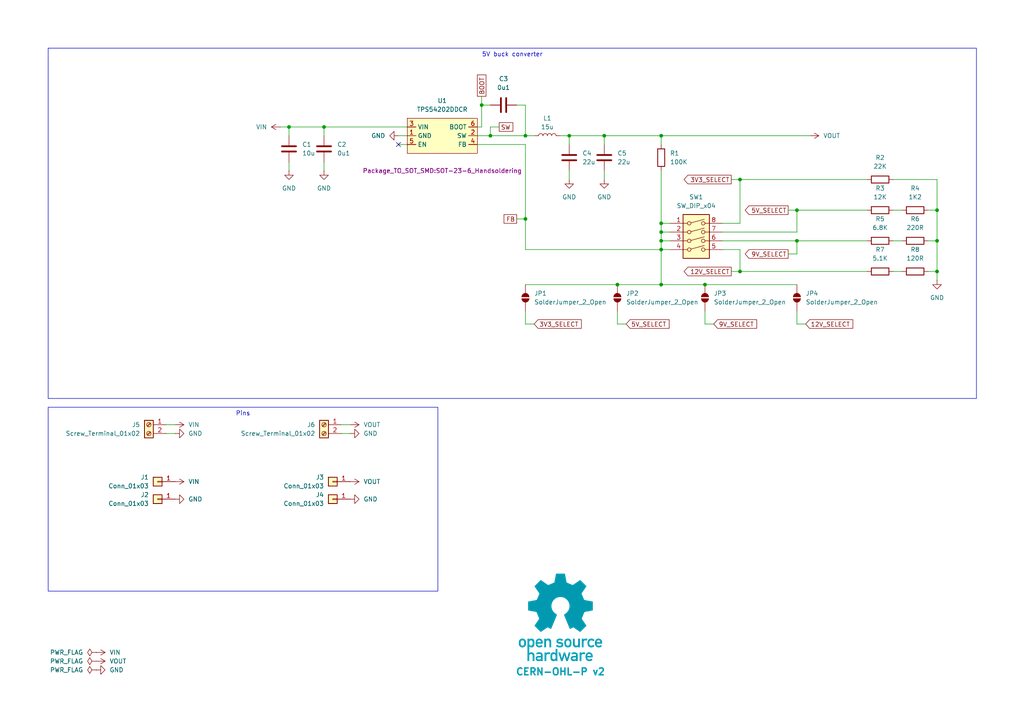
<source format=kicad_sch>
(kicad_sch (version 20231120) (generator "eeschema") (generator_version "8.0")
  (paper "A4")
  (lib_symbols
    (symbol "Connector:Screw_Terminal_01x02" (pin_names (offset 1.016) hide)
      (property "Reference" "J" (at 0 2.54 0))
      (property "Value" "Screw_Terminal_01x02" (at 0 -5.08 0))
      (symbol "Screw_Terminal_01x02_1_1"
        (rectangle (start -1.27 1.27) (end 1.27 -3.81) (stroke (width 0.254)) (fill (type background)))
        (circle (center 0 -2.54) (radius 0.635) (stroke (width 0.1524)))
        (polyline (pts (xy -0.5334 -2.2098) (xy 0.3302 -3.048)) (stroke (width 0.1524)))
        (polyline (pts (xy -0.5334 0.3302) (xy 0.3302 -0.508)) (stroke (width 0.1524)))
        (polyline (pts (xy -0.3556 -2.032) (xy 0.508 -2.8702)) (stroke (width 0.1524)))
        (polyline (pts (xy -0.3556 0.508) (xy 0.508 -0.3302)) (stroke (width 0.1524)))
        (circle (center 0 0) (radius 0.635) (stroke (width 0.1524)))
        (pin passive line (at -5.08 0 0) (length 3.81) (name "Pin_1") (number "1"))
        (pin passive line (at -5.08 -2.54 0) (length 3.81) (name "Pin_2") (number "2"))
      )
    )
    (symbol "Connector_Generic:Conn_01x01" (pin_names (offset 1.016) hide)
      (property "Reference" "J" (at 0 2.54 0))
      (property "Value" "Conn_01x01" (at 0 -2.54 0))
      (symbol "Conn_01x01_1_1"
        (rectangle (start -1.27 0.127) (end 0 -0.127) (stroke (width 0.1524)))
        (rectangle (start -1.27 1.27) (end 1.27 -1.27) (stroke (width 0.254)) (fill (type background)))
        (pin passive line (at -5.08 0 0) (length 3.81) (name "Pin_1") (number "1"))
      )
    )
    (symbol "Device:C" (pin_numbers hide) (pin_names (offset 0.254))
      (property "Reference" "C" (at 0.635 2.54 0))
      (property "Value" "C" (at 0.635 -2.54 0))
      (symbol "C_0_1"
        (polyline (pts (xy -2.032 -0.762) (xy 2.032 -0.762)) (stroke (width 0.508)))
        (polyline (pts (xy -2.032 0.762) (xy 2.032 0.762)) (stroke (width 0.508)))
      )
      (symbol "C_1_1"
        (pin passive line (at 0 3.81 270) (length 2.794) (name "~") (number "1"))
        (pin passive line (at 0 -3.81 90) (length 2.794) (name "~") (number "2"))
      )
    )
    (symbol "Device:L" (pin_numbers hide) (pin_names (offset 1.016) hide)
      (property "Reference" "L" (at -1.27 0 90))
      (property "Value" "L" (at 1.905 0 90))
      (symbol "L_0_1"
        (arc (start 0 -2.54) (mid 0.6323 -1.905) (end 0 -1.27))
        (arc (start 0 -1.27) (mid 0.6323 -0.635) (end 0 0))
        (arc (start 0 0) (mid 0.6323 0.635) (end 0 1.27))
        (arc (start 0 1.27) (mid 0.6323 1.905) (end 0 2.54))
      )
      (symbol "L_1_1"
        (pin passive line (at 0 3.81 270) (length 1.27) (name "1") (number "1"))
        (pin passive line (at 0 -3.81 90) (length 1.27) (name "2") (number "2"))
      )
    )
    (symbol "Device:R" (pin_numbers hide) (pin_names (offset 0))
      (property "Reference" "R" (at 2.032 0 90))
      (property "Value" "R" (at 0 0 90))
      (symbol "R_0_1"
        (rectangle (start -1.016 -2.54) (end 1.016 2.54) (stroke (width 0.254)))
      )
      (symbol "R_1_1"
        (pin passive line (at 0 3.81 270) (length 1.27) (name "~") (number "1"))
        (pin passive line (at 0 -3.81 90) (length 1.27) (name "~") (number "2"))
      )
    )
    (symbol "Jumper:SolderJumper_2_Open" (pin_numbers hide) (pin_names (offset 0) hide) (exclude_from_sim yes) (in_bom no)
      (property "Reference" "JP" (at 0 2.032 0))
      (property "Value" "SolderJumper_2_Open" (at 0 -2.54 0))
      (symbol "SolderJumper_2_Open_0_1"
        (arc (start -0.254 1.016) (mid -1.2656 0) (end -0.254 -1.016))
        (arc (start -0.254 1.016) (mid -1.2656 0) (end -0.254 -1.016) (fill (type outline)))
        (polyline (pts (xy -0.254 1.016) (xy -0.254 -1.016)))
        (polyline (pts (xy 0.254 1.016) (xy 0.254 -1.016)))
        (arc (start 0.254 -1.016) (mid 1.2656 0) (end 0.254 1.016))
        (arc (start 0.254 -1.016) (mid 1.2656 0) (end 0.254 1.016) (fill (type outline)))
      )
      (symbol "SolderJumper_2_Open_1_1"
        (pin passive line (at -3.81 0 0) (length 2.54) (name "A") (number "1"))
        (pin passive line (at 3.81 0 180) (length 2.54) (name "B") (number "2"))
      )
    )
    (symbol "Switch:SW_DIP_x04" (pin_names (offset 0) hide)
      (property "Reference" "SW" (at 0 8.89 0))
      (property "Value" "SW_DIP_x04" (at 0 -6.35 0))
      (symbol "SW_DIP_x04_0_0"
        (circle (center -2.032 -2.54) (radius 0.508))
        (circle (center -2.032 0) (radius 0.508))
        (circle (center -2.032 2.54) (radius 0.508))
        (circle (center -2.032 5.08) (radius 0.508))
        (polyline (pts (xy -1.524 -2.3876) (xy 2.3622 -1.3462)))
        (polyline (pts (xy -1.524 0.127) (xy 2.3622 1.1684)))
        (polyline (pts (xy -1.524 2.667) (xy 2.3622 3.7084)))
        (polyline (pts (xy -1.524 5.207) (xy 2.3622 6.2484)))
        (circle (center 2.032 -2.54) (radius 0.508))
        (circle (center 2.032 0) (radius 0.508))
        (circle (center 2.032 2.54) (radius 0.508))
        (circle (center 2.032 5.08) (radius 0.508))
      )
      (symbol "SW_DIP_x04_0_1"
        (rectangle (start -3.81 7.62) (end 3.81 -5.08) (stroke (width 0.254)) (fill (type background)))
      )
      (symbol "SW_DIP_x04_1_1"
        (pin passive line (at -7.62 5.08 0) (length 5.08) (name "~") (number "1"))
        (pin passive line (at -7.62 2.54 0) (length 5.08) (name "~") (number "2"))
        (pin passive line (at -7.62 0 0) (length 5.08) (name "~") (number "3"))
        (pin passive line (at -7.62 -2.54 0) (length 5.08) (name "~") (number "4"))
        (pin passive line (at 7.62 -2.54 180) (length 5.08) (name "~") (number "5"))
        (pin passive line (at 7.62 0 180) (length 5.08) (name "~") (number "6"))
        (pin passive line (at 7.62 2.54 180) (length 5.08) (name "~") (number "7"))
        (pin passive line (at 7.62 5.08 180) (length 5.08) (name "~") (number "8"))
      )
    )
    (symbol "lcsc:TPS54202DDCR"
      (property "Reference" "U" (at 0 7.62 0))
      (property "Value" "TPS54202DDCR" (at 0 -7.62 0))
      (symbol "TPS54202DDCR_0_1"
        (rectangle (start -10.16 5.08) (end 10.16 -5.08) (fill (type background)))
      )
      (symbol "TPS54202DDCR_1_1"
        (pin power_in line (at -10.16 0 0) (length 2.54) (name "GND") (number "1"))
        (pin passive line (at 10.16 0 180) (length 2.54) (name "SW") (number "2"))
        (pin power_in line (at -10.16 2.54 0) (length 2.54) (name "VIN") (number "3"))
        (pin input line (at 10.16 -2.54 180) (length 2.54) (name "FB") (number "4"))
        (pin passive line (at -10.16 -2.54 0) (length 2.54) (name "EN") (number "5"))
        (pin input line (at 10.16 2.54 180) (length 2.54) (name "BOOT") (number "6"))
      )
    )
    (symbol "power:GND" (power) (pin_numbers hide) (pin_names (offset 0) hide)
      (property "Value" "GND" (at 0 -3.81 0))
      (symbol "GND_0_1"
        (polyline (pts (xy 0 0) (xy 0 -1.27) (xy 1.27 -1.27) (xy 0 -2.54) (xy -1.27 -1.27) (xy 0 -1.27)))
      )
      (symbol "GND_1_1"
        (pin power_in line (at 0 0 270) (length 0) (name "~") (number "1"))
      )
    )
    (symbol "power:PWR_FLAG" (power) (pin_numbers hide) (pin_names (offset 0) hide)
      (property "Value" "PWR_FLAG" (at 0 3.81 0))
      (symbol "PWR_FLAG_0_0"
        (pin power_out line (at 0 0 90) (length 0) (name "~") (number "1"))
      )
      (symbol "PWR_FLAG_0_1"
        (polyline (pts (xy 0 0) (xy 0 1.27) (xy -1.016 1.905) (xy 0 2.54) (xy 1.016 1.905) (xy 0 1.27)))
      )
    )
    (symbol "power:VCC" (power) (pin_numbers hide) (pin_names (offset 0) hide)
      (property "Value" "VCC" (at 0 3.556 0))
      (symbol "VCC_0_1"
        (polyline (pts (xy -0.762 1.27) (xy 0 2.54)))
        (polyline (pts (xy 0 0) (xy 0 2.54)))
        (polyline (pts (xy 0 2.54) (xy 0.762 1.27)))
      )
      (symbol "VCC_1_1"
        (pin power_in line (at 0 0 90) (length 0) (name "~") (number "1"))
      )
    )
  )
  (junction (at 214.63 78.74))
  (junction (at 204.47 82.55))
  (junction (at 165.1 39.37))
  (junction (at 152.4 39.37))
  (junction (at 191.77 67.31))
  (junction (at 214.63 52.07))
  (junction (at 191.77 69.85))
  (junction (at 152.4 63.5))
  (junction (at 231.14 60.96))
  (junction (at 142.24 39.37))
  (junction (at 139.7 30.48))
  (junction (at 83.82 36.83))
  (junction (at 175.26 39.37))
  (junction (at 93.98 36.83))
  (junction (at 231.14 69.85))
  (junction (at 191.77 64.77))
  (junction (at 271.78 78.74))
  (junction (at 271.78 69.85))
  (junction (at 191.77 72.39))
  (junction (at 191.77 82.55))
  (junction (at 271.78 60.96))
  (junction (at 179.07 82.55))
  (junction (at 191.77 39.37))
  (no_connect (at 115.57 41.91))
  (wire (pts (xy 251.46 52.07) (xy 214.63 52.07)))
  (wire (pts (xy 209.55 67.31) (xy 231.14 67.31)))
  (wire (pts (xy 259.08 52.07) (xy 271.78 52.07)))
  (wire (pts (xy 142.24 36.83) (xy 142.24 39.37)))
  (wire (pts (xy 204.47 93.98) (xy 207.01 93.98)))
  (wire (pts (xy 83.82 39.37) (xy 83.82 36.83)))
  (wire (pts (xy 152.4 82.55) (xy 179.07 82.55)))
  (wire (pts (xy 115.57 39.37) (xy 118.11 39.37)))
  (wire (pts (xy 191.77 72.39) (xy 191.77 69.85)))
  (wire (pts (xy 214.63 78.74) (xy 214.63 72.39)))
  (wire (pts (xy 204.47 90.17) (xy 204.47 93.98)))
  (wire (pts (xy 101.6 123.19) (xy 99.06 123.19)))
  (wire (pts (xy 214.63 52.07) (xy 214.63 64.77)))
  (wire (pts (xy 144.78 36.83) (xy 142.24 36.83)))
  (wire (pts (xy 228.6 60.96) (xy 231.14 60.96)))
  (wire (pts (xy 115.57 41.91) (xy 118.11 41.91)))
  (wire (pts (xy 271.78 81.28) (xy 271.78 78.74)))
  (wire (pts (xy 191.77 64.77) (xy 191.77 67.31)))
  (wire (pts (xy 231.14 73.66) (xy 231.14 69.85)))
  (wire (pts (xy 194.31 67.31) (xy 191.77 67.31)))
  (wire (pts (xy 261.62 60.96) (xy 259.08 60.96)))
  (wire (pts (xy 139.7 30.48) (xy 139.7 36.83)))
  (wire (pts (xy 191.77 49.53) (xy 191.77 64.77)))
  (wire (pts (xy 149.86 30.48) (xy 152.4 30.48)))
  (wire (pts (xy 204.47 82.55) (xy 231.14 82.55)))
  (wire (pts (xy 231.14 60.96) (xy 231.14 67.31)))
  (wire (pts (xy 234.95 39.37) (xy 191.77 39.37)))
  (wire (pts (xy 191.77 82.55) (xy 204.47 82.55)))
  (wire (pts (xy 194.31 64.77) (xy 191.77 64.77)))
  (wire (pts (xy 165.1 52.07) (xy 165.1 49.53)))
  (wire (pts (xy 93.98 39.37) (xy 93.98 36.83)))
  (wire (pts (xy 83.82 49.53) (xy 83.82 46.99)))
  (wire (pts (xy 175.26 52.07) (xy 175.26 49.53)))
  (wire (pts (xy 212.09 52.07) (xy 214.63 52.07)))
  (wire (pts (xy 194.31 72.39) (xy 191.77 72.39)))
  (wire (pts (xy 271.78 69.85) (xy 271.78 78.74)))
  (wire (pts (xy 269.24 69.85) (xy 271.78 69.85)))
  (wire (pts (xy 152.4 30.48) (xy 152.4 39.37)))
  (wire (pts (xy 48.26 125.73) (xy 50.8 125.73)))
  (wire (pts (xy 142.24 39.37) (xy 152.4 39.37)))
  (wire (pts (xy 83.82 36.83) (xy 93.98 36.83)))
  (wire (pts (xy 271.78 52.07) (xy 271.78 60.96)))
  (wire (pts (xy 152.4 90.17) (xy 152.4 93.98)))
  (wire (pts (xy 191.77 39.37) (xy 175.26 39.37)))
  (wire (pts (xy 165.1 39.37) (xy 175.26 39.37)))
  (wire (pts (xy 259.08 78.74) (xy 261.62 78.74)))
  (wire (pts (xy 138.43 41.91) (xy 152.4 41.91)))
  (wire (pts (xy 191.77 72.39) (xy 191.77 82.55)))
  (wire (pts (xy 81.28 36.83) (xy 83.82 36.83)))
  (wire (pts (xy 93.98 36.83) (xy 118.11 36.83)))
  (wire (pts (xy 138.43 39.37) (xy 142.24 39.37)))
  (wire (pts (xy 152.4 41.91) (xy 152.4 63.5)))
  (wire (pts (xy 175.26 41.91) (xy 175.26 39.37)))
  (wire (pts (xy 214.63 72.39) (xy 209.55 72.39)))
  (wire (pts (xy 191.77 67.31) (xy 191.77 69.85)))
  (wire (pts (xy 191.77 39.37) (xy 191.77 41.91)))
  (wire (pts (xy 179.07 93.98) (xy 181.61 93.98)))
  (wire (pts (xy 228.6 73.66) (xy 231.14 73.66)))
  (wire (pts (xy 152.4 39.37) (xy 154.94 39.37)))
  (wire (pts (xy 231.14 93.98) (xy 233.68 93.98)))
  (wire (pts (xy 231.14 90.17) (xy 231.14 93.98)))
  (wire (pts (xy 165.1 39.37) (xy 165.1 41.91)))
  (wire (pts (xy 179.07 82.55) (xy 191.77 82.55)))
  (wire (pts (xy 271.78 60.96) (xy 271.78 69.85)))
  (wire (pts (xy 152.4 63.5) (xy 152.4 72.39)))
  (wire (pts (xy 152.4 93.98) (xy 154.94 93.98)))
  (wire (pts (xy 251.46 78.74) (xy 214.63 78.74)))
  (wire (pts (xy 149.86 63.5) (xy 152.4 63.5)))
  (wire (pts (xy 212.09 78.74) (xy 214.63 78.74)))
  (wire (pts (xy 209.55 69.85) (xy 231.14 69.85)))
  (wire (pts (xy 139.7 36.83) (xy 138.43 36.83)))
  (wire (pts (xy 251.46 60.96) (xy 231.14 60.96)))
  (wire (pts (xy 93.98 49.53) (xy 93.98 46.99)))
  (wire (pts (xy 99.06 125.73) (xy 101.6 125.73)))
  (wire (pts (xy 50.8 123.19) (xy 48.26 123.19)))
  (wire (pts (xy 231.14 69.85) (xy 251.46 69.85)))
  (wire (pts (xy 139.7 27.94) (xy 139.7 30.48)))
  (wire (pts (xy 152.4 72.39) (xy 191.77 72.39)))
  (wire (pts (xy 214.63 64.77) (xy 209.55 64.77)))
  (wire (pts (xy 261.62 69.85) (xy 259.08 69.85)))
  (wire (pts (xy 271.78 78.74) (xy 269.24 78.74)))
  (wire (pts (xy 162.56 39.37) (xy 165.1 39.37)))
  (wire (pts (xy 179.07 90.17) (xy 179.07 93.98)))
  (wire (pts (xy 142.24 30.48) (xy 139.7 30.48)))
  (wire (pts (xy 269.24 60.96) (xy 271.78 60.96)))
  (wire (pts (xy 194.31 69.85) (xy 191.77 69.85)))
  (image (at 162.56 179.07) (scale 0.37481))
  (text_box "5V buck converter\n" (at 13.97 13.97 0) (size 269.24 101.6) (effects (font (size 1.27 1.27)) (justify top)))
  (text_box "Pins" (at 13.97 118.11 0) (size 113.03 53.34) (effects (font (size 1.27 1.27)) (justify top)))
  (text "CERN-OHL-P v2" (at 162.56 195.072 0) (effects (font (size 2 2) (thickness 0.4) (bold yes))))
  (global_label "3V3_SELECT" (shape output) (at 212.09 52.07 180) (property "Intersheetrefs" "${INTERSHEET_REFS}" (effects (hide yes))))
  (global_label "5V_SELECT" (shape input) (at 181.61 93.98 0) (property "Intersheetrefs" "${INTERSHEET_REFS}" (effects (hide yes))))
  (global_label "12V_SELECT" (shape input) (at 233.68 93.98 0) (property "Intersheetrefs" "${INTERSHEET_REFS}" (effects (hide yes))))
  (global_label "BOOT" (shape passive) (at 139.7 27.94 90) (property "Intersheetrefs" "${INTERSHEET_REFS}" (effects (hide yes))))
  (global_label "SW" (shape passive) (at 144.78 36.83 0) (property "Intersheetrefs" "${INTERSHEET_REFS}" (effects (hide yes))))
  (global_label "9V_SELECT" (shape output) (at 228.6 73.66 180) (property "Intersheetrefs" "${INTERSHEET_REFS}" (effects (hide yes))))
  (global_label "5V_SELECT" (shape output) (at 228.6 60.96 180) (property "Intersheetrefs" "${INTERSHEET_REFS}" (effects (hide yes))))
  (global_label "9V_SELECT" (shape input) (at 207.01 93.98 0) (property "Intersheetrefs" "${INTERSHEET_REFS}" (effects (hide yes))))
  (global_label "12V_SELECT" (shape output) (at 212.09 78.74 180) (property "Intersheetrefs" "${INTERSHEET_REFS}" (effects (hide yes))))
  (global_label "3V3_SELECT" (shape input) (at 154.94 93.98 0) (property "Intersheetrefs" "${INTERSHEET_REFS}" (effects (hide yes))))
  (global_label "FB" (shape passive) (at 149.86 63.5 180) (property "Intersheetrefs" "${INTERSHEET_REFS}" (effects (hide yes))))
  (symbol (lib_id "Connector_Generic:Conn_01x01") (at 96.52 139.7 0) (mirror y) (unit 1)
    (property "Reference" "J3" (at 93.98 138.4299 0) (effects (justify left)))
    (property "Value" "Conn_01x03" (at 93.98 140.9699 0) (effects (justify left)))
    (property "Footprint" "custom:PinHeader_1x01_P2.54mm_simple" (effects (hide yes)))
    (property "Description" "Generic connector, single row, 01x01, script generated (kicad-library-utils/schlib/autogen/connector/)" (effects (hide yes)))
  )
  (symbol (lib_id "power:VCC") (at 81.28 36.83 90) (unit 1)
    (property "Reference" "#PWR05" (effects (hide yes)))
    (property "Value" "VIN" (at 77.47 36.8299 90) (effects (justify left)))
    (property "Description" "Power symbol creates a global label with name \"VCC\"" (effects (hide yes)))
  )
  (symbol (lib_id "power:VCC") (at 27.94 191.77 270) (mirror x) (unit 1)
    (property "Reference" "#PWR01" (effects (hide yes)))
    (property "Value" "VOUT" (at 31.75 191.7699 90) (effects (justify left)))
    (property "Description" "Power symbol creates a global label with name \"VCC\"" (effects (hide yes)))
  )
  (symbol (lib_id "Device:R") (at 191.77 45.72 0) (unit 1)
    (property "Reference" "R1" (at 194.31 44.4499 0) (effects (justify left)))
    (property "Value" "100K" (at 194.31 46.9899 0) (effects (justify left)))
    (property "Footprint" "Resistor_SMD:R_0402_1005Metric" (effects (hide yes)))
    (property "Description" "Resistor" (effects (hide yes)))
    (property "LCSC Part" "C25741" (effects (hide yes)))
  )
  (symbol (lib_id "Device:R") (at 265.43 60.96 90) (unit 1)
    (property "Reference" "R4" (at 265.43 54.61 90))
    (property "Value" "1K2" (at 265.43 57.15 90))
    (property "Footprint" "Resistor_SMD:R_0402_1005Metric" (effects (hide yes)))
    (property "Description" "Resistor" (effects (hide yes)))
    (property "LCSC Part" "C25862" (effects (hide yes)))
  )
  (symbol (lib_id "Connector:Screw_Terminal_01x02") (at 43.18 123.19 0) (mirror y) (unit 1)
    (property "Reference" "J5" (at 40.64 123.1899 0) (effects (justify left)))
    (property "Value" "Screw_Terminal_01x02" (at 40.64 125.7299 0) (effects (justify left)))
    (property "Footprint" "custom:TerminalBlock_or_JST_2.54_1x02" (effects (hide yes)))
    (property "Description" "Generic screw terminal, single row, 01x02, script generated (kicad-library-utils/schlib/autogen/connector/)" (effects (hide yes)))
  )
  (symbol (lib_id "Device:C") (at 165.1 45.72 0) (unit 1)
    (property "Reference" "C4" (at 168.91 44.4499 0) (effects (justify left)))
    (property "Value" "22u" (at 168.91 46.9899 0) (effects (justify left)))
    (property "Footprint" "custom:C_0805_2012Metric_Pad1.18x1.45mm_HandSolder" (effects (hide yes)))
    (property "Description" "Unpolarized capacitor" (effects (hide yes)))
    (property "LCSC Part" "C45783" (effects (hide yes)))
  )
  (symbol (lib_id "power:GND") (at 165.1 52.07 0) (unit 1)
    (property "Reference" "#PWR08" (effects (hide yes)))
    (property "Value" "GND" (at 165.1 57.15 0))
    (property "Description" "Power symbol creates a global label with name \"GND\" , ground" (effects (hide yes)))
  )
  (symbol (lib_id "power:GND") (at 271.78 81.28 0) (unit 1)
    (property "Reference" "#PWR011" (effects (hide yes)))
    (property "Value" "GND" (at 271.78 86.36 0))
    (property "Description" "Power symbol creates a global label with name \"GND\" , ground" (effects (hide yes)))
  )
  (symbol (lib_id "power:VCC") (at 27.94 189.23 270) (mirror x) (unit 1)
    (property "Reference" "#PWR03" (effects (hide yes)))
    (property "Value" "VIN" (at 31.75 189.2299 90) (effects (justify left)))
    (property "Description" "Power symbol creates a global label with name \"VCC\"" (effects (hide yes)))
  )
  (symbol (lib_id "Switch:SW_DIP_x04") (at 201.93 69.85 0) (unit 1)
    (property "Reference" "SW1" (at 201.93 57.15 0))
    (property "Value" "SW_DIP_x04" (at 201.93 59.69 0))
    (property "Footprint" "custom:SW_DIP_SPSTx04_Slide_P1.27mm_simple" (effects (hide yes)))
    (property "Description" "4x DIP Switch, Single Pole Single Throw (SPST) switch, small symbol" (effects (hide yes)))
  )
  (symbol (lib_id "power:GND") (at 50.8 125.73 90) (mirror x) (unit 1)
    (property "Reference" "#PWR016" (effects (hide yes)))
    (property "Value" "GND" (at 54.61 125.7299 90) (effects (justify right)))
    (property "Description" "Power symbol creates a global label with name \"GND\" , ground" (effects (hide yes)))
  )
  (symbol (lib_id "Jumper:SolderJumper_2_Open") (at 152.4 86.36 90) (unit 1) (exclude_from_sim yes) (in_bom no)
    (property "Reference" "JP1" (at 154.94 85.0899 90) (effects (justify right)))
    (property "Value" "SolderJumper_2_Open" (at 154.94 87.6299 90) (effects (justify right)))
    (property "Footprint" "custom:SolderJumper-2_P1.3mm_Open_RoundedPad1.0x1.5mm_simple" (effects (hide yes)))
    (property "Description" "Solder Jumper, 2-pole, open" (effects (hide yes)))
  )
  (symbol (lib_id "power:VCC") (at 101.6 139.7 270) (mirror x) (unit 1)
    (property "Reference" "#PWR012" (effects (hide yes)))
    (property "Value" "VOUT" (at 105.41 139.6999 90) (effects (justify left)))
    (property "Description" "Power symbol creates a global label with name \"VCC\"" (effects (hide yes)))
  )
  (symbol (lib_id "Device:C") (at 83.82 43.18 0) (unit 1)
    (property "Reference" "C1" (at 87.63 41.9099 0) (effects (justify left)))
    (property "Value" "10u" (at 87.63 44.4499 0) (effects (justify left)))
    (property "Footprint" "custom:C_0805_2012Metric_Pad1.18x1.45mm_HandSolder" (effects (hide yes)))
    (property "Description" "Unpolarized capacitor" (effects (hide yes)))
    (property "LCSC Part" "C440198" (effects (hide yes)))
  )
  (symbol (lib_id "Jumper:SolderJumper_2_Open") (at 179.07 86.36 90) (unit 1) (exclude_from_sim yes) (in_bom no)
    (property "Reference" "JP2" (at 181.61 85.0899 90) (effects (justify right)))
    (property "Value" "SolderJumper_2_Open" (at 181.61 87.6299 90) (effects (justify right)))
    (property "Footprint" "custom:SolderJumper-2_P1.3mm_Open_RoundedPad1.0x1.5mm_simple" (effects (hide yes)))
    (property "Description" "Solder Jumper, 2-pole, open" (effects (hide yes)))
  )
  (symbol (lib_id "power:PWR_FLAG") (at 27.94 191.77 90) (mirror x) (unit 1)
    (property "Reference" "#FLG01" (effects (hide yes)))
    (property "Value" "PWR_FLAG" (at 24.13 191.7699 90) (effects (justify left)))
    (property "Description" "Special symbol for telling ERC where power comes from" (effects (hide yes)))
  )
  (symbol (lib_id "Connector_Generic:Conn_01x01") (at 45.72 144.78 0) (mirror y) (unit 1)
    (property "Reference" "J2" (at 43.18 143.5099 0) (effects (justify left)))
    (property "Value" "Conn_01x03" (at 43.18 146.0499 0) (effects (justify left)))
    (property "Footprint" "custom:PinHeader_1x01_P2.54mm_simple_square" (effects (hide yes)))
    (property "Description" "Generic connector, single row, 01x01, script generated (kicad-library-utils/schlib/autogen/connector/)" (effects (hide yes)))
  )
  (symbol (lib_id "Device:R") (at 255.27 69.85 90) (unit 1)
    (property "Reference" "R5" (at 255.27 63.5 90))
    (property "Value" "6.8K" (at 255.27 66.04 90))
    (property "Footprint" "Resistor_SMD:R_0402_1005Metric" (effects (hide yes)))
    (property "Description" "Resistor" (effects (hide yes)))
    (property "LCSC Part" "C25917" (effects (hide yes)))
  )
  (symbol (lib_id "power:GND") (at 101.6 144.78 90) (mirror x) (unit 1)
    (property "Reference" "#PWR015" (effects (hide yes)))
    (property "Value" "GND" (at 105.41 144.7799 90) (effects (justify right)))
    (property "Description" "Power symbol creates a global label with name \"GND\" , ground" (effects (hide yes)))
  )
  (symbol (lib_id "Device:R") (at 265.43 78.74 90) (unit 1)
    (property "Reference" "R8" (at 265.43 72.39 90))
    (property "Value" "120R" (at 265.43 74.93 90))
    (property "Footprint" "Resistor_SMD:R_0402_1005Metric" (effects (hide yes)))
    (property "Description" "Resistor" (effects (hide yes)))
    (property "LCSC Part" "C25079" (effects (hide yes)))
  )
  (symbol (lib_id "power:GND") (at 115.57 39.37 270) (unit 1)
    (property "Reference" "#PWR04" (effects (hide yes)))
    (property "Value" "GND" (at 111.76 39.3699 90) (effects (justify right)))
    (property "Description" "Power symbol creates a global label with name \"GND\" , ground" (effects (hide yes)))
  )
  (symbol (lib_id "lcsc:TPS54202DDCR") (at 128.27 39.37 0) (unit 1)
    (property "Reference" "U1" (at 128.27 29.21 0))
    (property "Value" "TPS54202DDCR" (at 128.27 31.75 0))
    (property "Footprint" "Package_TO_SOT_SMD:SOT-23-6_Handsoldering" (at 128.27 49.53 0))
    (property "Datasheet" "https://lcsc.com/product-detail/Others_Texas-Instruments_TPS54202DDCR_Texas-Instruments-TI-TPS54202DDCR_C191884.html" (effects (hide yes)))
    (property "LCSC Part" "C191884" (effects (hide yes)))
    (property "JLCPCB_CORRECTION" "0; 0; 270" (effects (hide yes)))
  )
  (symbol (lib_id "Device:R") (at 255.27 78.74 90) (unit 1)
    (property "Reference" "R7" (at 255.27 72.39 90))
    (property "Value" "5.1K" (at 255.27 74.93 90))
    (property "Footprint" "Resistor_SMD:R_0402_1005Metric" (effects (hide yes)))
    (property "Description" "Resistor" (effects (hide yes)))
    (property "LCSC Part" "C25905" (effects (hide yes)))
  )
  (symbol (lib_id "power:GND") (at 83.82 49.53 0) (unit 1)
    (property "Reference" "#PWR06" (effects (hide yes)))
    (property "Value" "GND" (at 83.82 54.61 0))
    (property "Description" "Power symbol creates a global label with name \"GND\" , ground" (effects (hide yes)))
  )
  (symbol (lib_id "Device:L") (at 158.75 39.37 90) (unit 1)
    (property "Reference" "L1" (at 158.75 34.29 90))
    (property "Value" "15u" (at 158.75 36.83 90))
    (property "Footprint" "custom:Inductor_Multi_5.2x5.7_2x2.5" (effects (hide yes)))
    (property "Description" "Inductor" (effects (hide yes)))
  )
  (symbol (lib_id "power:PWR_FLAG") (at 27.94 189.23 90) (mirror x) (unit 1)
    (property "Reference" "#FLG03" (effects (hide yes)))
    (property "Value" "PWR_FLAG" (at 24.13 189.2299 90) (effects (justify left)))
    (property "Description" "Special symbol for telling ERC where power comes from" (effects (hide yes)))
  )
  (symbol (lib_id "Device:C") (at 146.05 30.48 90) (unit 1)
    (property "Reference" "C3" (at 146.05 22.86 90))
    (property "Value" "0u1" (at 146.05 25.4 90))
    (property "Footprint" "Capacitor_SMD:C_0402_1005Metric" (effects (hide yes)))
    (property "Description" "Unpolarized capacitor" (effects (hide yes)))
    (property "LCSC Part" "C307331" (effects (hide yes)))
  )
  (symbol (lib_id "Connector_Generic:Conn_01x01") (at 45.72 139.7 0) (mirror y) (unit 1)
    (property "Reference" "J1" (at 43.18 138.4299 0) (effects (justify left)))
    (property "Value" "Conn_01x03" (at 43.18 140.9699 0) (effects (justify left)))
    (property "Footprint" "custom:PinHeader_1x01_P2.54mm_simple" (effects (hide yes)))
    (property "Description" "Generic connector, single row, 01x01, script generated (kicad-library-utils/schlib/autogen/connector/)" (effects (hide yes)))
  )
  (symbol (lib_id "power:VCC") (at 50.8 139.7 270) (mirror x) (unit 1)
    (property "Reference" "#PWR013" (effects (hide yes)))
    (property "Value" "VIN" (at 54.61 139.6999 90) (effects (justify left)))
    (property "Description" "Power symbol creates a global label with name \"VCC\"" (effects (hide yes)))
  )
  (symbol (lib_id "power:PWR_FLAG") (at 27.94 194.31 90) (mirror x) (unit 1)
    (property "Reference" "#FLG02" (effects (hide yes)))
    (property "Value" "PWR_FLAG" (at 24.13 194.3099 90) (effects (justify left)))
    (property "Description" "Special symbol for telling ERC where power comes from" (effects (hide yes)))
  )
  (symbol (lib_id "Device:C") (at 175.26 45.72 0) (unit 1)
    (property "Reference" "C5" (at 179.07 44.4499 0) (effects (justify left)))
    (property "Value" "22u" (at 179.07 46.9899 0) (effects (justify left)))
    (property "Footprint" "custom:C_0805_2012Metric_Pad1.18x1.45mm_HandSolder" (effects (hide yes)))
    (property "Description" "Unpolarized capacitor" (effects (hide yes)))
    (property "LCSC Part" "C45783" (effects (hide yes)))
  )
  (symbol (lib_id "power:VCC") (at 234.95 39.37 270) (unit 1)
    (property "Reference" "#PWR010" (effects (hide yes)))
    (property "Value" "VOUT" (at 238.76 39.3701 90) (effects (justify left)))
    (property "Description" "Power symbol creates a global label with name \"VCC\"" (effects (hide yes)))
  )
  (symbol (lib_id "Jumper:SolderJumper_2_Open") (at 204.47 86.36 90) (unit 1) (exclude_from_sim yes) (in_bom no)
    (property "Reference" "JP3" (at 207.01 85.0899 90) (effects (justify right)))
    (property "Value" "SolderJumper_2_Open" (at 207.01 87.6299 90) (effects (justify right)))
    (property "Footprint" "custom:SolderJumper-2_P1.3mm_Open_RoundedPad1.0x1.5mm_simple" (effects (hide yes)))
    (property "Description" "Solder Jumper, 2-pole, open" (effects (hide yes)))
  )
  (symbol (lib_id "Device:C") (at 93.98 43.18 0) (unit 1)
    (property "Reference" "C2" (at 97.79 41.9099 0) (effects (justify left)))
    (property "Value" "0u1" (at 97.79 44.4499 0) (effects (justify left)))
    (property "Footprint" "Capacitor_SMD:C_0402_1005Metric" (effects (hide yes)))
    (property "Description" "Unpolarized capacitor" (effects (hide yes)))
    (property "LCSC Part" "C307331" (effects (hide yes)))
  )
  (symbol (lib_id "Device:R") (at 255.27 52.07 90) (unit 1)
    (property "Reference" "R2" (at 255.27 45.72 90))
    (property "Value" "22K" (at 255.27 48.26 90))
    (property "Footprint" "Resistor_SMD:R_0402_1005Metric" (effects (hide yes)))
    (property "Description" "Resistor" (effects (hide yes)))
    (property "LCSC Part" "C25768" (effects (hide yes)))
  )
  (symbol (lib_id "Connector:Screw_Terminal_01x02") (at 93.98 123.19 0) (mirror y) (unit 1)
    (property "Reference" "J6" (at 91.44 123.1899 0) (effects (justify left)))
    (property "Value" "Screw_Terminal_01x02" (at 91.44 125.7299 0) (effects (justify left)))
    (property "Footprint" "custom:TerminalBlock_or_JST_2.54_1x02" (effects (hide yes)))
    (property "Description" "Generic screw terminal, single row, 01x02, script generated (kicad-library-utils/schlib/autogen/connector/)" (effects (hide yes)))
  )
  (symbol (lib_id "Connector_Generic:Conn_01x01") (at 96.52 144.78 0) (mirror y) (unit 1)
    (property "Reference" "J4" (at 93.98 143.5099 0) (effects (justify left)))
    (property "Value" "Conn_01x03" (at 93.98 146.0499 0) (effects (justify left)))
    (property "Footprint" "custom:PinHeader_1x01_P2.54mm_simple_square" (effects (hide yes)))
    (property "Description" "Generic connector, single row, 01x01, script generated (kicad-library-utils/schlib/autogen/connector/)" (effects (hide yes)))
  )
  (symbol (lib_id "power:VCC") (at 101.6 123.19 270) (mirror x) (unit 1)
    (property "Reference" "#PWR018" (effects (hide yes)))
    (property "Value" "VOUT" (at 105.41 123.1899 90) (effects (justify left)))
    (property "Description" "Power symbol creates a global label with name \"VCC\"" (effects (hide yes)))
  )
  (symbol (lib_id "power:GND") (at 175.26 52.07 0) (unit 1)
    (property "Reference" "#PWR09" (effects (hide yes)))
    (property "Value" "GND" (at 175.26 57.15 0))
    (property "Description" "Power symbol creates a global label with name \"GND\" , ground" (effects (hide yes)))
  )
  (symbol (lib_id "power:GND") (at 93.98 49.53 0) (unit 1)
    (property "Reference" "#PWR07" (effects (hide yes)))
    (property "Value" "GND" (at 93.98 54.61 0))
    (property "Description" "Power symbol creates a global label with name \"GND\" , ground" (effects (hide yes)))
  )
  (symbol (lib_id "power:GND") (at 50.8 144.78 90) (mirror x) (unit 1)
    (property "Reference" "#PWR017" (effects (hide yes)))
    (property "Value" "GND" (at 54.61 144.7799 90) (effects (justify right)))
    (property "Description" "Power symbol creates a global label with name \"GND\" , ground" (effects (hide yes)))
  )
  (symbol (lib_id "power:VCC") (at 50.8 123.19 270) (mirror x) (unit 1)
    (property "Reference" "#PWR014" (effects (hide yes)))
    (property "Value" "VIN" (at 54.61 123.1899 90) (effects (justify left)))
    (property "Description" "Power symbol creates a global label with name \"VCC\"" (effects (hide yes)))
  )
  (symbol (lib_id "power:GND") (at 101.6 125.73 90) (mirror x) (unit 1)
    (property "Reference" "#PWR019" (effects (hide yes)))
    (property "Value" "GND" (at 105.41 125.7299 90) (effects (justify right)))
    (property "Description" "Power symbol creates a global label with name \"GND\" , ground" (effects (hide yes)))
  )
  (symbol (lib_id "Jumper:SolderJumper_2_Open") (at 231.14 86.36 90) (unit 1) (exclude_from_sim yes) (in_bom no)
    (property "Reference" "JP4" (at 233.68 85.0899 90) (effects (justify right)))
    (property "Value" "SolderJumper_2_Open" (at 233.68 87.6299 90) (effects (justify right)))
    (property "Footprint" "custom:SolderJumper-2_P1.3mm_Open_RoundedPad1.0x1.5mm_simple" (effects (hide yes)))
    (property "Description" "Solder Jumper, 2-pole, open" (effects (hide yes)))
  )
  (symbol (lib_id "Device:R") (at 255.27 60.96 90) (unit 1)
    (property "Reference" "R3" (at 255.27 54.61 90))
    (property "Value" "12K" (at 255.27 57.15 90))
    (property "Footprint" "Resistor_SMD:R_0402_1005Metric" (effects (hide yes)))
    (property "Description" "Resistor" (effects (hide yes)))
    (property "LCSC Part" "C25752" (effects (hide yes)))
  )
  (symbol (lib_id "Device:R") (at 265.43 69.85 90) (unit 1)
    (property "Reference" "R6" (at 265.43 63.5 90))
    (property "Value" "220R" (at 265.43 66.04 90))
    (property "Footprint" "Resistor_SMD:R_0402_1005Metric" (effects (hide yes)))
    (property "Description" "Resistor" (effects (hide yes)))
    (property "LCSC Part" "C25091" (effects (hide yes)))
  )
  (symbol (lib_id "power:GND") (at 27.94 194.31 90) (mirror x) (unit 1)
    (property "Reference" "#PWR02" (effects (hide yes)))
    (property "Value" "GND" (at 31.75 194.3099 90) (effects (justify right)))
    (property "Description" "Power symbol creates a global label with name \"GND\" , ground" (effects (hide yes)))
  )
)
</source>
